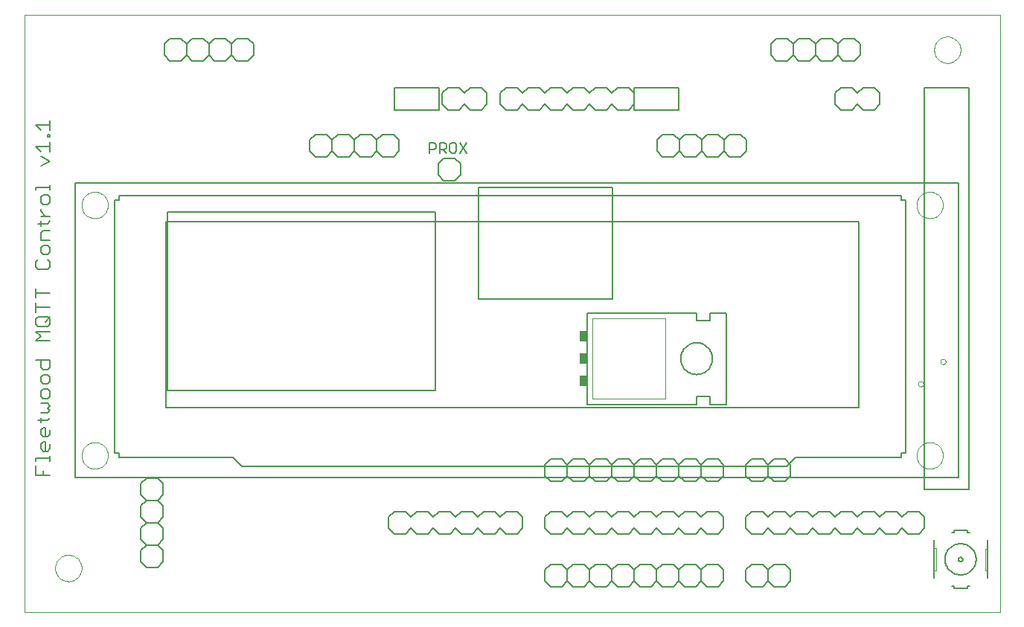
<source format=gto>
G75*
%MOIN*%
%OFA0B0*%
%FSLAX24Y24*%
%IPPOS*%
%LPD*%
%AMOC8*
5,1,8,0,0,1.08239X$1,22.5*
%
%ADD10C,0.0000*%
%ADD11C,0.0004*%
%ADD12C,0.0060*%
%ADD13C,0.0020*%
%ADD14R,0.0350X0.0500*%
%ADD15C,0.0080*%
%ADD16C,0.0050*%
D10*
X007411Y004067D02*
X051112Y004067D01*
X051112Y030838D01*
X007411Y030838D01*
X009970Y022303D02*
X009972Y022351D01*
X009978Y022399D01*
X009988Y022446D01*
X010001Y022492D01*
X010019Y022537D01*
X010039Y022581D01*
X010064Y022623D01*
X010092Y022662D01*
X010122Y022699D01*
X010156Y022733D01*
X010193Y022765D01*
X010231Y022794D01*
X010272Y022819D01*
X010315Y022841D01*
X010360Y022859D01*
X010406Y022873D01*
X010453Y022884D01*
X010501Y022891D01*
X010549Y022894D01*
X010597Y022893D01*
X010645Y022888D01*
X010693Y022879D01*
X010739Y022867D01*
X010784Y022850D01*
X010828Y022830D01*
X010870Y022807D01*
X010910Y022780D01*
X010948Y022750D01*
X010983Y022717D01*
X011015Y022681D01*
X011045Y022643D01*
X011071Y022602D01*
X011093Y022559D01*
X011113Y022515D01*
X011128Y022470D01*
X011140Y022423D01*
X011148Y022375D01*
X011152Y022327D01*
X011152Y022279D01*
X011148Y022231D01*
X011140Y022183D01*
X011128Y022136D01*
X011113Y022091D01*
X011093Y022047D01*
X011071Y022004D01*
X011045Y021963D01*
X011015Y021925D01*
X010983Y021889D01*
X010948Y021856D01*
X010910Y021826D01*
X010870Y021799D01*
X010828Y021776D01*
X010784Y021756D01*
X010739Y021739D01*
X010693Y021727D01*
X010645Y021718D01*
X010597Y021713D01*
X010549Y021712D01*
X010501Y021715D01*
X010453Y021722D01*
X010406Y021733D01*
X010360Y021747D01*
X010315Y021765D01*
X010272Y021787D01*
X010231Y021812D01*
X010193Y021841D01*
X010156Y021873D01*
X010122Y021907D01*
X010092Y021944D01*
X010064Y021983D01*
X010039Y022025D01*
X010019Y022069D01*
X010001Y022114D01*
X009988Y022160D01*
X009978Y022207D01*
X009972Y022255D01*
X009970Y022303D01*
X009970Y011082D02*
X009972Y011130D01*
X009978Y011178D01*
X009988Y011225D01*
X010001Y011271D01*
X010019Y011316D01*
X010039Y011360D01*
X010064Y011402D01*
X010092Y011441D01*
X010122Y011478D01*
X010156Y011512D01*
X010193Y011544D01*
X010231Y011573D01*
X010272Y011598D01*
X010315Y011620D01*
X010360Y011638D01*
X010406Y011652D01*
X010453Y011663D01*
X010501Y011670D01*
X010549Y011673D01*
X010597Y011672D01*
X010645Y011667D01*
X010693Y011658D01*
X010739Y011646D01*
X010784Y011629D01*
X010828Y011609D01*
X010870Y011586D01*
X010910Y011559D01*
X010948Y011529D01*
X010983Y011496D01*
X011015Y011460D01*
X011045Y011422D01*
X011071Y011381D01*
X011093Y011338D01*
X011113Y011294D01*
X011128Y011249D01*
X011140Y011202D01*
X011148Y011154D01*
X011152Y011106D01*
X011152Y011058D01*
X011148Y011010D01*
X011140Y010962D01*
X011128Y010915D01*
X011113Y010870D01*
X011093Y010826D01*
X011071Y010783D01*
X011045Y010742D01*
X011015Y010704D01*
X010983Y010668D01*
X010948Y010635D01*
X010910Y010605D01*
X010870Y010578D01*
X010828Y010555D01*
X010784Y010535D01*
X010739Y010518D01*
X010693Y010506D01*
X010645Y010497D01*
X010597Y010492D01*
X010549Y010491D01*
X010501Y010494D01*
X010453Y010501D01*
X010406Y010512D01*
X010360Y010526D01*
X010315Y010544D01*
X010272Y010566D01*
X010231Y010591D01*
X010193Y010620D01*
X010156Y010652D01*
X010122Y010686D01*
X010092Y010723D01*
X010064Y010762D01*
X010039Y010804D01*
X010019Y010848D01*
X010001Y010893D01*
X009988Y010939D01*
X009978Y010986D01*
X009972Y011034D01*
X009970Y011082D01*
X008789Y006035D02*
X008791Y006083D01*
X008797Y006131D01*
X008807Y006178D01*
X008820Y006224D01*
X008838Y006269D01*
X008858Y006313D01*
X008883Y006355D01*
X008911Y006394D01*
X008941Y006431D01*
X008975Y006465D01*
X009012Y006497D01*
X009050Y006526D01*
X009091Y006551D01*
X009134Y006573D01*
X009179Y006591D01*
X009225Y006605D01*
X009272Y006616D01*
X009320Y006623D01*
X009368Y006626D01*
X009416Y006625D01*
X009464Y006620D01*
X009512Y006611D01*
X009558Y006599D01*
X009603Y006582D01*
X009647Y006562D01*
X009689Y006539D01*
X009729Y006512D01*
X009767Y006482D01*
X009802Y006449D01*
X009834Y006413D01*
X009864Y006375D01*
X009890Y006334D01*
X009912Y006291D01*
X009932Y006247D01*
X009947Y006202D01*
X009959Y006155D01*
X009967Y006107D01*
X009971Y006059D01*
X009971Y006011D01*
X009967Y005963D01*
X009959Y005915D01*
X009947Y005868D01*
X009932Y005823D01*
X009912Y005779D01*
X009890Y005736D01*
X009864Y005695D01*
X009834Y005657D01*
X009802Y005621D01*
X009767Y005588D01*
X009729Y005558D01*
X009689Y005531D01*
X009647Y005508D01*
X009603Y005488D01*
X009558Y005471D01*
X009512Y005459D01*
X009464Y005450D01*
X009416Y005445D01*
X009368Y005444D01*
X009320Y005447D01*
X009272Y005454D01*
X009225Y005465D01*
X009179Y005479D01*
X009134Y005497D01*
X009091Y005519D01*
X009050Y005544D01*
X009012Y005573D01*
X008975Y005605D01*
X008941Y005639D01*
X008911Y005676D01*
X008883Y005715D01*
X008858Y005757D01*
X008838Y005801D01*
X008820Y005846D01*
X008807Y005892D01*
X008797Y005939D01*
X008791Y005987D01*
X008789Y006035D01*
X047371Y011082D02*
X047373Y011130D01*
X047379Y011178D01*
X047389Y011225D01*
X047402Y011271D01*
X047420Y011316D01*
X047440Y011360D01*
X047465Y011402D01*
X047493Y011441D01*
X047523Y011478D01*
X047557Y011512D01*
X047594Y011544D01*
X047632Y011573D01*
X047673Y011598D01*
X047716Y011620D01*
X047761Y011638D01*
X047807Y011652D01*
X047854Y011663D01*
X047902Y011670D01*
X047950Y011673D01*
X047998Y011672D01*
X048046Y011667D01*
X048094Y011658D01*
X048140Y011646D01*
X048185Y011629D01*
X048229Y011609D01*
X048271Y011586D01*
X048311Y011559D01*
X048349Y011529D01*
X048384Y011496D01*
X048416Y011460D01*
X048446Y011422D01*
X048472Y011381D01*
X048494Y011338D01*
X048514Y011294D01*
X048529Y011249D01*
X048541Y011202D01*
X048549Y011154D01*
X048553Y011106D01*
X048553Y011058D01*
X048549Y011010D01*
X048541Y010962D01*
X048529Y010915D01*
X048514Y010870D01*
X048494Y010826D01*
X048472Y010783D01*
X048446Y010742D01*
X048416Y010704D01*
X048384Y010668D01*
X048349Y010635D01*
X048311Y010605D01*
X048271Y010578D01*
X048229Y010555D01*
X048185Y010535D01*
X048140Y010518D01*
X048094Y010506D01*
X048046Y010497D01*
X047998Y010492D01*
X047950Y010491D01*
X047902Y010494D01*
X047854Y010501D01*
X047807Y010512D01*
X047761Y010526D01*
X047716Y010544D01*
X047673Y010566D01*
X047632Y010591D01*
X047594Y010620D01*
X047557Y010652D01*
X047523Y010686D01*
X047493Y010723D01*
X047465Y010762D01*
X047440Y010804D01*
X047420Y010848D01*
X047402Y010893D01*
X047389Y010939D01*
X047379Y010986D01*
X047373Y011034D01*
X047371Y011082D01*
X047435Y014291D02*
X047437Y014312D01*
X047443Y014332D01*
X047452Y014352D01*
X047464Y014369D01*
X047479Y014383D01*
X047497Y014395D01*
X047517Y014403D01*
X047537Y014408D01*
X047558Y014409D01*
X047579Y014406D01*
X047599Y014400D01*
X047618Y014389D01*
X047635Y014376D01*
X047648Y014360D01*
X047659Y014342D01*
X047667Y014322D01*
X047671Y014302D01*
X047671Y014280D01*
X047667Y014260D01*
X047659Y014240D01*
X047648Y014222D01*
X047635Y014206D01*
X047618Y014193D01*
X047599Y014182D01*
X047579Y014176D01*
X047558Y014173D01*
X047537Y014174D01*
X047517Y014179D01*
X047497Y014187D01*
X047479Y014199D01*
X047464Y014213D01*
X047452Y014230D01*
X047443Y014250D01*
X047437Y014270D01*
X047435Y014291D01*
X048435Y015291D02*
X048437Y015312D01*
X048443Y015332D01*
X048452Y015352D01*
X048464Y015369D01*
X048479Y015383D01*
X048497Y015395D01*
X048517Y015403D01*
X048537Y015408D01*
X048558Y015409D01*
X048579Y015406D01*
X048599Y015400D01*
X048618Y015389D01*
X048635Y015376D01*
X048648Y015360D01*
X048659Y015342D01*
X048667Y015322D01*
X048671Y015302D01*
X048671Y015280D01*
X048667Y015260D01*
X048659Y015240D01*
X048648Y015222D01*
X048635Y015206D01*
X048618Y015193D01*
X048599Y015182D01*
X048579Y015176D01*
X048558Y015173D01*
X048537Y015174D01*
X048517Y015179D01*
X048497Y015187D01*
X048479Y015199D01*
X048464Y015213D01*
X048452Y015230D01*
X048443Y015250D01*
X048437Y015270D01*
X048435Y015291D01*
X047371Y022303D02*
X047373Y022351D01*
X047379Y022399D01*
X047389Y022446D01*
X047402Y022492D01*
X047420Y022537D01*
X047440Y022581D01*
X047465Y022623D01*
X047493Y022662D01*
X047523Y022699D01*
X047557Y022733D01*
X047594Y022765D01*
X047632Y022794D01*
X047673Y022819D01*
X047716Y022841D01*
X047761Y022859D01*
X047807Y022873D01*
X047854Y022884D01*
X047902Y022891D01*
X047950Y022894D01*
X047998Y022893D01*
X048046Y022888D01*
X048094Y022879D01*
X048140Y022867D01*
X048185Y022850D01*
X048229Y022830D01*
X048271Y022807D01*
X048311Y022780D01*
X048349Y022750D01*
X048384Y022717D01*
X048416Y022681D01*
X048446Y022643D01*
X048472Y022602D01*
X048494Y022559D01*
X048514Y022515D01*
X048529Y022470D01*
X048541Y022423D01*
X048549Y022375D01*
X048553Y022327D01*
X048553Y022279D01*
X048549Y022231D01*
X048541Y022183D01*
X048529Y022136D01*
X048514Y022091D01*
X048494Y022047D01*
X048472Y022004D01*
X048446Y021963D01*
X048416Y021925D01*
X048384Y021889D01*
X048349Y021856D01*
X048311Y021826D01*
X048271Y021799D01*
X048229Y021776D01*
X048185Y021756D01*
X048140Y021739D01*
X048094Y021727D01*
X048046Y021718D01*
X047998Y021713D01*
X047950Y021712D01*
X047902Y021715D01*
X047854Y021722D01*
X047807Y021733D01*
X047761Y021747D01*
X047716Y021765D01*
X047673Y021787D01*
X047632Y021812D01*
X047594Y021841D01*
X047557Y021873D01*
X047523Y021907D01*
X047493Y021944D01*
X047465Y021983D01*
X047440Y022025D01*
X047420Y022069D01*
X047402Y022114D01*
X047389Y022160D01*
X047379Y022207D01*
X047373Y022255D01*
X047371Y022303D01*
X048159Y029263D02*
X048161Y029311D01*
X048167Y029359D01*
X048177Y029406D01*
X048190Y029452D01*
X048208Y029497D01*
X048228Y029541D01*
X048253Y029583D01*
X048281Y029622D01*
X048311Y029659D01*
X048345Y029693D01*
X048382Y029725D01*
X048420Y029754D01*
X048461Y029779D01*
X048504Y029801D01*
X048549Y029819D01*
X048595Y029833D01*
X048642Y029844D01*
X048690Y029851D01*
X048738Y029854D01*
X048786Y029853D01*
X048834Y029848D01*
X048882Y029839D01*
X048928Y029827D01*
X048973Y029810D01*
X049017Y029790D01*
X049059Y029767D01*
X049099Y029740D01*
X049137Y029710D01*
X049172Y029677D01*
X049204Y029641D01*
X049234Y029603D01*
X049260Y029562D01*
X049282Y029519D01*
X049302Y029475D01*
X049317Y029430D01*
X049329Y029383D01*
X049337Y029335D01*
X049341Y029287D01*
X049341Y029239D01*
X049337Y029191D01*
X049329Y029143D01*
X049317Y029096D01*
X049302Y029051D01*
X049282Y029007D01*
X049260Y028964D01*
X049234Y028923D01*
X049204Y028885D01*
X049172Y028849D01*
X049137Y028816D01*
X049099Y028786D01*
X049059Y028759D01*
X049017Y028736D01*
X048973Y028716D01*
X048928Y028699D01*
X048882Y028687D01*
X048834Y028678D01*
X048786Y028673D01*
X048738Y028672D01*
X048690Y028675D01*
X048642Y028682D01*
X048595Y028693D01*
X048549Y028707D01*
X048504Y028725D01*
X048461Y028747D01*
X048420Y028772D01*
X048382Y028801D01*
X048345Y028833D01*
X048311Y028867D01*
X048281Y028904D01*
X048253Y028943D01*
X048228Y028985D01*
X048208Y029029D01*
X048190Y029074D01*
X048177Y029120D01*
X048167Y029167D01*
X048161Y029215D01*
X048159Y029263D01*
D11*
X007411Y030838D02*
X007411Y004067D01*
D12*
X012620Y006317D02*
X012870Y006067D01*
X013370Y006067D01*
X013620Y006317D01*
X013620Y006817D01*
X013370Y007067D01*
X013620Y007317D01*
X013620Y007817D01*
X013370Y008067D01*
X012870Y008067D01*
X012620Y007817D01*
X012620Y007317D01*
X012870Y007067D01*
X013370Y007067D01*
X012870Y007067D02*
X012620Y006817D01*
X012620Y006317D01*
X012870Y008067D02*
X012620Y008317D01*
X012620Y008817D01*
X012870Y009067D01*
X012620Y009317D01*
X012620Y009817D01*
X012870Y010067D01*
X013370Y010067D01*
X013620Y009817D01*
X013620Y009317D01*
X013370Y009067D01*
X013620Y008817D01*
X013620Y008317D01*
X013370Y008067D01*
X013370Y009067D02*
X012870Y009067D01*
X008562Y010199D02*
X007922Y010199D01*
X007922Y010626D01*
X007922Y010843D02*
X007922Y010950D01*
X008562Y010950D01*
X008562Y010843D02*
X008562Y011057D01*
X008455Y011273D02*
X008242Y011273D01*
X008135Y011380D01*
X008135Y011593D01*
X008242Y011700D01*
X008349Y011700D01*
X008349Y011273D01*
X008455Y011273D02*
X008562Y011380D01*
X008562Y011593D01*
X008455Y011918D02*
X008242Y011918D01*
X008135Y012024D01*
X008135Y012238D01*
X008242Y012345D01*
X008349Y012345D01*
X008349Y011918D01*
X008455Y011918D02*
X008562Y012024D01*
X008562Y012238D01*
X008455Y012669D02*
X008028Y012669D01*
X008135Y012562D02*
X008135Y012776D01*
X008135Y012992D02*
X008455Y012992D01*
X008562Y013099D01*
X008455Y013205D01*
X008562Y013312D01*
X008455Y013419D01*
X008135Y013419D01*
X008242Y013636D02*
X008135Y013743D01*
X008135Y013957D01*
X008242Y014064D01*
X008455Y014064D01*
X008562Y013957D01*
X008562Y013743D01*
X008455Y013636D01*
X008242Y013636D01*
X008242Y014281D02*
X008455Y014281D01*
X008562Y014388D01*
X008562Y014601D01*
X008455Y014708D01*
X008242Y014708D01*
X008135Y014601D01*
X008135Y014388D01*
X008242Y014281D01*
X008242Y014926D02*
X008135Y015032D01*
X008135Y015353D01*
X007922Y015353D02*
X008562Y015353D01*
X008562Y015032D01*
X008455Y014926D01*
X008242Y014926D01*
X008562Y016215D02*
X007922Y016215D01*
X008135Y016428D01*
X007922Y016642D01*
X008562Y016642D01*
X008455Y016859D02*
X008028Y016859D01*
X007922Y016966D01*
X007922Y017180D01*
X008028Y017286D01*
X008455Y017286D01*
X008562Y017180D01*
X008562Y016966D01*
X008455Y016859D01*
X008349Y017073D02*
X008562Y017286D01*
X008562Y017717D02*
X007922Y017717D01*
X007922Y017504D02*
X007922Y017931D01*
X007922Y018148D02*
X007922Y018575D01*
X007922Y018362D02*
X008562Y018362D01*
X008455Y019437D02*
X008028Y019437D01*
X007922Y019544D01*
X007922Y019758D01*
X008028Y019864D01*
X008242Y020082D02*
X008135Y020189D01*
X008135Y020402D01*
X008242Y020509D01*
X008455Y020509D01*
X008562Y020402D01*
X008562Y020189D01*
X008455Y020082D01*
X008242Y020082D01*
X008455Y019864D02*
X008562Y019758D01*
X008562Y019544D01*
X008455Y019437D01*
X008562Y020727D02*
X008135Y020727D01*
X008135Y021047D01*
X008242Y021154D01*
X008562Y021154D01*
X008455Y021478D02*
X008028Y021478D01*
X008135Y021371D02*
X008135Y021585D01*
X008135Y021801D02*
X008562Y021801D01*
X008349Y021801D02*
X008135Y022014D01*
X008135Y022121D01*
X008242Y022338D02*
X008135Y022445D01*
X008135Y022658D01*
X008242Y022765D01*
X008455Y022765D01*
X008562Y022658D01*
X008562Y022445D01*
X008455Y022338D01*
X008242Y022338D01*
X008562Y022982D02*
X008562Y023196D01*
X008562Y023089D02*
X007922Y023089D01*
X007922Y022982D01*
X008135Y024057D02*
X008562Y024270D01*
X008135Y024484D01*
X008135Y024701D02*
X007922Y024915D01*
X008562Y024915D01*
X008562Y025128D02*
X008562Y024701D01*
X008562Y025346D02*
X008562Y025453D01*
X008455Y025453D01*
X008455Y025346D01*
X008562Y025346D01*
X008562Y025668D02*
X008562Y026095D01*
X008562Y025882D02*
X007922Y025882D01*
X008135Y025668D01*
X013679Y029013D02*
X013929Y028763D01*
X014429Y028763D01*
X014679Y029013D01*
X014929Y028763D01*
X015429Y028763D01*
X015679Y029013D01*
X015679Y029513D01*
X015429Y029763D01*
X014929Y029763D01*
X014679Y029513D01*
X014679Y029013D01*
X014679Y029513D02*
X014429Y029763D01*
X013929Y029763D01*
X013679Y029513D01*
X013679Y029013D01*
X015679Y029013D02*
X015929Y028763D01*
X016429Y028763D01*
X016679Y029013D01*
X016929Y028763D01*
X017429Y028763D01*
X017679Y029013D01*
X017679Y029513D01*
X017429Y029763D01*
X016929Y029763D01*
X016679Y029513D01*
X016679Y029013D01*
X016679Y029513D02*
X016429Y029763D01*
X015929Y029763D01*
X015679Y029513D01*
X020191Y025222D02*
X020441Y025472D01*
X020941Y025472D01*
X021191Y025222D01*
X021441Y025472D01*
X021941Y025472D01*
X022191Y025222D01*
X022441Y025472D01*
X022941Y025472D01*
X023191Y025222D01*
X023441Y025472D01*
X023941Y025472D01*
X024191Y025222D01*
X024191Y024722D01*
X023941Y024472D01*
X023441Y024472D01*
X023191Y024722D01*
X022941Y024472D01*
X022441Y024472D01*
X022191Y024722D01*
X022191Y025222D01*
X022191Y024722D01*
X021941Y024472D01*
X021441Y024472D01*
X021191Y024722D01*
X020941Y024472D01*
X020441Y024472D01*
X020191Y024722D01*
X020191Y025222D01*
X021191Y025222D02*
X021191Y024722D01*
X023191Y024722D02*
X023191Y025222D01*
X025939Y024147D02*
X025939Y023647D01*
X026189Y023397D01*
X026689Y023397D01*
X026939Y023647D01*
X026939Y024147D01*
X026689Y024397D01*
X026189Y024397D01*
X025939Y024147D01*
X035742Y024722D02*
X035992Y024472D01*
X036492Y024472D01*
X036742Y024722D01*
X036992Y024472D01*
X037492Y024472D01*
X037742Y024722D01*
X037742Y025222D01*
X037492Y025472D01*
X036992Y025472D01*
X036742Y025222D01*
X036742Y024722D01*
X035742Y024722D02*
X035742Y025222D01*
X035992Y025472D01*
X036492Y025472D01*
X036742Y025222D01*
X037742Y025222D02*
X037742Y024722D01*
X037992Y024472D01*
X038492Y024472D01*
X038742Y024722D01*
X038992Y024472D01*
X039492Y024472D01*
X039742Y024722D01*
X039742Y025222D01*
X039492Y025472D01*
X038992Y025472D01*
X038742Y025222D01*
X038742Y024722D01*
X038742Y025222D02*
X038492Y025472D01*
X037992Y025472D01*
X037742Y025222D01*
X041094Y028763D02*
X041594Y028763D01*
X041844Y029013D01*
X042094Y028763D01*
X042594Y028763D01*
X042844Y029013D01*
X042844Y029513D01*
X042594Y029763D01*
X042094Y029763D01*
X041844Y029513D01*
X041844Y029013D01*
X041844Y029513D02*
X041594Y029763D01*
X041094Y029763D01*
X040844Y029513D01*
X040844Y029013D01*
X041094Y028763D01*
X042844Y029013D02*
X043094Y028763D01*
X043594Y028763D01*
X043844Y029013D01*
X044094Y028763D01*
X044594Y028763D01*
X044844Y029013D01*
X044844Y029513D01*
X044594Y029763D01*
X044094Y029763D01*
X043844Y029513D01*
X043844Y029013D01*
X043844Y029513D02*
X043594Y029763D01*
X043094Y029763D01*
X042844Y029513D01*
X038866Y017471D02*
X038116Y017471D01*
X038116Y017121D01*
X037516Y017121D01*
X037516Y017471D01*
X032616Y017471D01*
X032616Y013371D01*
X037516Y013371D01*
X037516Y013721D01*
X038116Y013721D01*
X038116Y013371D01*
X038866Y013371D01*
X038866Y017471D01*
X036806Y015421D02*
X036808Y015474D01*
X036814Y015527D01*
X036824Y015579D01*
X036838Y015630D01*
X036855Y015680D01*
X036876Y015729D01*
X036901Y015776D01*
X036929Y015821D01*
X036961Y015864D01*
X036996Y015904D01*
X037033Y015941D01*
X037073Y015976D01*
X037116Y016008D01*
X037161Y016036D01*
X037208Y016061D01*
X037257Y016082D01*
X037307Y016099D01*
X037358Y016113D01*
X037410Y016123D01*
X037463Y016129D01*
X037516Y016131D01*
X037569Y016129D01*
X037622Y016123D01*
X037674Y016113D01*
X037725Y016099D01*
X037775Y016082D01*
X037824Y016061D01*
X037871Y016036D01*
X037916Y016008D01*
X037959Y015976D01*
X037999Y015941D01*
X038036Y015904D01*
X038071Y015864D01*
X038103Y015821D01*
X038131Y015776D01*
X038156Y015729D01*
X038177Y015680D01*
X038194Y015630D01*
X038208Y015579D01*
X038218Y015527D01*
X038224Y015474D01*
X038226Y015421D01*
X038224Y015368D01*
X038218Y015315D01*
X038208Y015263D01*
X038194Y015212D01*
X038177Y015162D01*
X038156Y015113D01*
X038131Y015066D01*
X038103Y015021D01*
X038071Y014978D01*
X038036Y014938D01*
X037999Y014901D01*
X037959Y014866D01*
X037916Y014834D01*
X037871Y014806D01*
X037824Y014781D01*
X037775Y014760D01*
X037725Y014743D01*
X037674Y014729D01*
X037622Y014719D01*
X037569Y014713D01*
X037516Y014711D01*
X037463Y014713D01*
X037410Y014719D01*
X037358Y014729D01*
X037307Y014743D01*
X037257Y014760D01*
X037208Y014781D01*
X037161Y014806D01*
X037116Y014834D01*
X037073Y014866D01*
X037033Y014901D01*
X036996Y014938D01*
X036961Y014978D01*
X036929Y015021D01*
X036901Y015066D01*
X036876Y015113D01*
X036855Y015162D01*
X036838Y015212D01*
X036824Y015263D01*
X036814Y015315D01*
X036808Y015368D01*
X036806Y015421D01*
X036974Y010917D02*
X036724Y010667D01*
X036724Y010167D01*
X036974Y009917D01*
X037474Y009917D01*
X037724Y010167D01*
X037974Y009917D01*
X038474Y009917D01*
X038724Y010167D01*
X038724Y010667D01*
X038474Y010917D01*
X037974Y010917D01*
X037724Y010667D01*
X037724Y010167D01*
X037724Y010667D02*
X037474Y010917D01*
X036974Y010917D01*
X036724Y010667D02*
X036474Y010917D01*
X035974Y010917D01*
X035724Y010667D01*
X035724Y010167D01*
X035474Y009917D01*
X034974Y009917D01*
X034724Y010167D01*
X034474Y009917D01*
X033974Y009917D01*
X033724Y010167D01*
X033474Y009917D01*
X032974Y009917D01*
X032724Y010167D01*
X032474Y009917D01*
X031974Y009917D01*
X031724Y010167D01*
X031474Y009917D01*
X030974Y009917D01*
X030724Y010167D01*
X030724Y010667D01*
X030974Y010917D01*
X031474Y010917D01*
X031724Y010667D01*
X031974Y010917D01*
X032474Y010917D01*
X032724Y010667D01*
X032724Y010167D01*
X032724Y010667D02*
X032974Y010917D01*
X033474Y010917D01*
X033724Y010667D01*
X033974Y010917D01*
X034474Y010917D01*
X034724Y010667D01*
X034974Y010917D01*
X035474Y010917D01*
X035724Y010667D01*
X035724Y010167D02*
X035974Y009917D01*
X036474Y009917D01*
X036724Y010167D01*
X034724Y010167D02*
X034724Y010667D01*
X033724Y010667D02*
X033724Y010167D01*
X031724Y010167D02*
X031724Y010667D01*
X031474Y006204D02*
X030974Y006204D01*
X030724Y005954D01*
X030724Y005454D01*
X030974Y005204D01*
X031474Y005204D01*
X031724Y005454D01*
X031974Y005204D01*
X032474Y005204D01*
X032724Y005454D01*
X032724Y005954D01*
X032474Y006204D01*
X031974Y006204D01*
X031724Y005954D01*
X031724Y005454D01*
X032724Y005454D02*
X032974Y005204D01*
X033474Y005204D01*
X033724Y005454D01*
X033974Y005204D01*
X034474Y005204D01*
X034724Y005454D01*
X034974Y005204D01*
X035474Y005204D01*
X035724Y005454D01*
X035724Y005954D01*
X035474Y006204D01*
X034974Y006204D01*
X034724Y005954D01*
X034724Y005454D01*
X034724Y005954D02*
X034474Y006204D01*
X033974Y006204D01*
X033724Y005954D01*
X033724Y005454D01*
X033724Y005954D02*
X033474Y006204D01*
X032974Y006204D01*
X032724Y005954D01*
X031724Y005954D02*
X031474Y006204D01*
X035724Y005954D02*
X035974Y006204D01*
X036474Y006204D01*
X036724Y005954D01*
X036974Y006204D01*
X037474Y006204D01*
X037724Y005954D01*
X037974Y006204D01*
X038474Y006204D01*
X038724Y005954D01*
X038724Y005454D01*
X038474Y005204D01*
X037974Y005204D01*
X037724Y005454D01*
X037474Y005204D01*
X036974Y005204D01*
X036724Y005454D01*
X036474Y005204D01*
X035974Y005204D01*
X035724Y005454D01*
X036724Y005454D02*
X036724Y005954D01*
X037724Y005954D02*
X037724Y005454D01*
X039724Y005454D02*
X039974Y005204D01*
X040474Y005204D01*
X040724Y005454D01*
X040974Y005204D01*
X041474Y005204D01*
X041724Y005454D01*
X041724Y005954D01*
X041474Y006204D01*
X040974Y006204D01*
X040724Y005954D01*
X040724Y005454D01*
X040724Y005954D02*
X040474Y006204D01*
X039974Y006204D01*
X039724Y005954D01*
X039724Y005454D01*
X039974Y009917D02*
X040474Y009917D01*
X040724Y010167D01*
X040974Y009917D01*
X041474Y009917D01*
X041724Y010167D01*
X041724Y010667D01*
X041474Y010917D01*
X040974Y010917D01*
X040724Y010667D01*
X040724Y010167D01*
X040724Y010667D02*
X040474Y010917D01*
X039974Y010917D01*
X039724Y010667D01*
X039724Y010167D01*
X039974Y009917D01*
X048140Y007279D02*
X048140Y006929D01*
X048140Y005929D01*
X048140Y005579D01*
X048940Y005229D02*
X049040Y005229D01*
X049040Y005129D01*
X049640Y005129D01*
X049640Y005229D01*
X049740Y005229D01*
X050540Y005579D02*
X050540Y005929D01*
X050540Y006879D01*
X050540Y007279D01*
X049740Y007629D02*
X049640Y007629D01*
X049640Y007729D01*
X049040Y007729D01*
X049040Y007629D01*
X048940Y007629D01*
X049240Y006429D02*
X049242Y006449D01*
X049248Y006467D01*
X049257Y006485D01*
X049269Y006500D01*
X049284Y006512D01*
X049302Y006521D01*
X049320Y006527D01*
X049340Y006529D01*
X049360Y006527D01*
X049378Y006521D01*
X049396Y006512D01*
X049411Y006500D01*
X049423Y006485D01*
X049432Y006467D01*
X049438Y006449D01*
X049440Y006429D01*
X049438Y006409D01*
X049432Y006391D01*
X049423Y006373D01*
X049411Y006358D01*
X049396Y006346D01*
X049378Y006337D01*
X049360Y006331D01*
X049340Y006329D01*
X049320Y006331D01*
X049302Y006337D01*
X049284Y006346D01*
X049269Y006358D01*
X049257Y006373D01*
X049248Y006391D01*
X049242Y006409D01*
X049240Y006429D01*
X048640Y006429D02*
X048642Y006481D01*
X048648Y006533D01*
X048658Y006585D01*
X048671Y006635D01*
X048688Y006685D01*
X048709Y006733D01*
X048734Y006779D01*
X048762Y006823D01*
X048793Y006865D01*
X048827Y006905D01*
X048864Y006942D01*
X048904Y006976D01*
X048946Y007007D01*
X048990Y007035D01*
X049036Y007060D01*
X049084Y007081D01*
X049134Y007098D01*
X049184Y007111D01*
X049236Y007121D01*
X049288Y007127D01*
X049340Y007129D01*
X049392Y007127D01*
X049444Y007121D01*
X049496Y007111D01*
X049546Y007098D01*
X049596Y007081D01*
X049644Y007060D01*
X049690Y007035D01*
X049734Y007007D01*
X049776Y006976D01*
X049816Y006942D01*
X049853Y006905D01*
X049887Y006865D01*
X049918Y006823D01*
X049946Y006779D01*
X049971Y006733D01*
X049992Y006685D01*
X050009Y006635D01*
X050022Y006585D01*
X050032Y006533D01*
X050038Y006481D01*
X050040Y006429D01*
X050038Y006377D01*
X050032Y006325D01*
X050022Y006273D01*
X050009Y006223D01*
X049992Y006173D01*
X049971Y006125D01*
X049946Y006079D01*
X049918Y006035D01*
X049887Y005993D01*
X049853Y005953D01*
X049816Y005916D01*
X049776Y005882D01*
X049734Y005851D01*
X049690Y005823D01*
X049644Y005798D01*
X049596Y005777D01*
X049546Y005760D01*
X049496Y005747D01*
X049444Y005737D01*
X049392Y005731D01*
X049340Y005729D01*
X049288Y005731D01*
X049236Y005737D01*
X049184Y005747D01*
X049134Y005760D01*
X049084Y005777D01*
X049036Y005798D01*
X048990Y005823D01*
X048946Y005851D01*
X048904Y005882D01*
X048864Y005916D01*
X048827Y005953D01*
X048793Y005993D01*
X048762Y006035D01*
X048734Y006079D01*
X048709Y006125D01*
X048688Y006173D01*
X048671Y006223D01*
X048658Y006273D01*
X048648Y006325D01*
X048642Y006377D01*
X048640Y006429D01*
X008242Y010199D02*
X008242Y010412D01*
X008455Y012669D02*
X008562Y012776D01*
X008455Y021478D02*
X008562Y021585D01*
D13*
X032866Y017221D02*
X032866Y013621D01*
X036116Y013621D01*
X036116Y017221D01*
X032866Y017221D01*
X048140Y006929D02*
X048240Y006929D01*
X048240Y005929D01*
X048140Y005929D01*
X050440Y005929D02*
X050540Y005929D01*
X050440Y005929D02*
X050440Y006879D01*
X050540Y006879D01*
D14*
X032441Y014421D03*
X032441Y015421D03*
X032441Y016421D03*
D15*
X032474Y008567D02*
X031974Y008567D01*
X031724Y008317D01*
X031474Y008567D01*
X030974Y008567D01*
X030724Y008317D01*
X030724Y007817D01*
X030974Y007567D01*
X031474Y007567D01*
X031724Y007817D01*
X031974Y007567D01*
X032474Y007567D01*
X032724Y007817D01*
X032974Y007567D01*
X033474Y007567D01*
X033724Y007817D01*
X033974Y007567D01*
X034474Y007567D01*
X034724Y007817D01*
X034974Y007567D01*
X035474Y007567D01*
X035724Y007817D01*
X035974Y007567D01*
X036474Y007567D01*
X036724Y007817D01*
X036974Y007567D01*
X037474Y007567D01*
X037724Y007817D01*
X037974Y007567D01*
X038474Y007567D01*
X038724Y007817D01*
X038724Y008317D01*
X038474Y008567D01*
X037974Y008567D01*
X037724Y008317D01*
X037474Y008567D01*
X036974Y008567D01*
X036724Y008317D01*
X036474Y008567D01*
X035974Y008567D01*
X035724Y008317D01*
X035474Y008567D01*
X034974Y008567D01*
X034724Y008317D01*
X034474Y008567D01*
X033974Y008567D01*
X033724Y008317D01*
X033474Y008567D01*
X032974Y008567D01*
X032724Y008317D01*
X032474Y008567D01*
X029724Y008317D02*
X029724Y007817D01*
X029474Y007567D01*
X028974Y007567D01*
X028724Y007817D01*
X028474Y007567D01*
X027974Y007567D01*
X027724Y007817D01*
X027474Y007567D01*
X026974Y007567D01*
X026724Y007817D01*
X026474Y007567D01*
X025974Y007567D01*
X025724Y007817D01*
X025474Y007567D01*
X024974Y007567D01*
X024724Y007817D01*
X024474Y007567D01*
X023974Y007567D01*
X023724Y007817D01*
X023724Y008317D01*
X023974Y008567D01*
X024474Y008567D01*
X024724Y008317D01*
X024974Y008567D01*
X025474Y008567D01*
X025724Y008317D01*
X025974Y008567D01*
X026474Y008567D01*
X026724Y008317D01*
X026974Y008567D01*
X027474Y008567D01*
X027724Y008317D01*
X027974Y008567D01*
X028474Y008567D01*
X028724Y008317D01*
X028974Y008567D01*
X029474Y008567D01*
X029724Y008317D01*
X039724Y008317D02*
X039724Y007817D01*
X039974Y007567D01*
X040474Y007567D01*
X040724Y007817D01*
X040974Y007567D01*
X041474Y007567D01*
X041724Y007817D01*
X041974Y007567D01*
X042474Y007567D01*
X042724Y007817D01*
X042974Y007567D01*
X043474Y007567D01*
X043724Y007817D01*
X043974Y007567D01*
X044474Y007567D01*
X044724Y007817D01*
X044974Y007567D01*
X045474Y007567D01*
X045724Y007817D01*
X045974Y007567D01*
X046474Y007567D01*
X046724Y007817D01*
X046974Y007567D01*
X047474Y007567D01*
X047724Y007817D01*
X047724Y008317D01*
X047474Y008567D01*
X046974Y008567D01*
X046724Y008317D01*
X046474Y008567D01*
X045974Y008567D01*
X045724Y008317D01*
X045474Y008567D01*
X044974Y008567D01*
X044724Y008317D01*
X044474Y008567D01*
X043974Y008567D01*
X043724Y008317D01*
X043474Y008567D01*
X042974Y008567D01*
X042724Y008317D01*
X042474Y008567D01*
X041974Y008567D01*
X041724Y008317D01*
X041474Y008567D01*
X040974Y008567D01*
X040724Y008317D01*
X040474Y008567D01*
X039974Y008567D01*
X039724Y008317D01*
X043974Y026567D02*
X043724Y026817D01*
X043724Y027317D01*
X043974Y027567D01*
X044474Y027567D01*
X044724Y027317D01*
X044974Y027567D01*
X045474Y027567D01*
X045724Y027317D01*
X045724Y026817D01*
X045474Y026567D01*
X044974Y026567D01*
X044724Y026817D01*
X044474Y026567D01*
X043974Y026567D01*
X034724Y026817D02*
X034724Y027317D01*
X034474Y027567D01*
X033974Y027567D01*
X033724Y027317D01*
X033474Y027567D01*
X032974Y027567D01*
X032724Y027317D01*
X032474Y027567D01*
X031974Y027567D01*
X031724Y027317D01*
X031474Y027567D01*
X030974Y027567D01*
X030724Y027317D01*
X030474Y027567D01*
X029974Y027567D01*
X029724Y027317D01*
X029474Y027567D01*
X028974Y027567D01*
X028724Y027317D01*
X028724Y026817D01*
X028974Y026567D01*
X029474Y026567D01*
X029724Y026817D01*
X029974Y026567D01*
X030474Y026567D01*
X030724Y026817D01*
X030974Y026567D01*
X031474Y026567D01*
X031724Y026817D01*
X031974Y026567D01*
X032474Y026567D01*
X032724Y026817D01*
X032974Y026567D01*
X033474Y026567D01*
X033724Y026817D01*
X033974Y026567D01*
X034474Y026567D01*
X034724Y026817D01*
X028124Y026817D02*
X027874Y026567D01*
X027374Y026567D01*
X027124Y026817D01*
X026874Y026567D01*
X026374Y026567D01*
X026124Y026817D01*
X026124Y027317D01*
X026374Y027567D01*
X026874Y027567D01*
X027124Y027317D01*
X027374Y027567D01*
X027874Y027567D01*
X028124Y027317D01*
X028124Y026817D01*
D16*
X025974Y026567D02*
X025974Y027567D01*
X023974Y027567D01*
X023974Y026567D01*
X025974Y026567D01*
X026000Y025093D02*
X026225Y025093D01*
X026301Y025018D01*
X026301Y024867D01*
X026225Y024792D01*
X026000Y024792D01*
X026000Y024642D02*
X026000Y025093D01*
X025840Y025018D02*
X025840Y024867D01*
X025765Y024792D01*
X025540Y024792D01*
X025540Y024642D02*
X025540Y025093D01*
X025765Y025093D01*
X025840Y025018D01*
X026150Y024792D02*
X026301Y024642D01*
X026461Y024717D02*
X026461Y025018D01*
X026536Y025093D01*
X026686Y025093D01*
X026761Y025018D01*
X026761Y024717D01*
X026686Y024642D01*
X026536Y024642D01*
X026461Y024717D01*
X026921Y024642D02*
X027221Y025093D01*
X026921Y025093D02*
X027221Y024642D01*
X027739Y023098D02*
X033739Y023098D01*
X033739Y018098D01*
X027739Y018098D01*
X027739Y023098D01*
X025824Y021992D02*
X025824Y013992D01*
X013824Y013992D01*
X013824Y021992D01*
X025824Y021992D01*
X034724Y026567D02*
X034724Y027567D01*
X036724Y027567D01*
X036724Y026567D01*
X034724Y026567D01*
X044773Y021555D02*
X044773Y013216D01*
X013750Y013216D01*
X013750Y021555D01*
X044773Y021555D01*
X046683Y022539D02*
X046880Y022539D01*
X046880Y011200D01*
X046683Y011200D01*
X046683Y011004D01*
X041958Y011004D01*
X041565Y010610D01*
X017155Y010610D01*
X016761Y011004D01*
X011643Y011004D01*
X011643Y011200D01*
X011446Y011200D01*
X011446Y022539D01*
X011643Y022539D01*
X011643Y022736D01*
X046683Y022736D01*
X046683Y022539D01*
X049242Y023287D02*
X049242Y010098D01*
X009675Y010098D01*
X009675Y023287D01*
X049242Y023287D01*
X049724Y027567D02*
X047724Y027567D01*
X047724Y009567D01*
X049724Y009567D01*
X049724Y027567D01*
M02*

</source>
